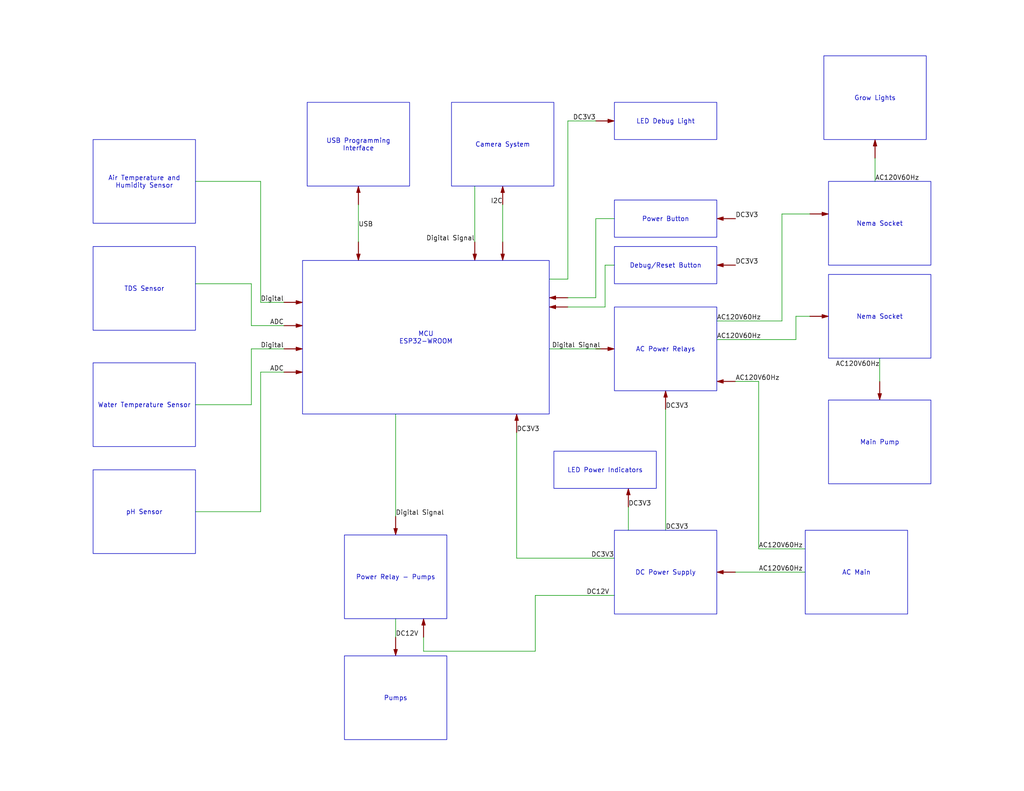
<source format=kicad_sch>
(kicad_sch (version 20230121) (generator eeschema)
  (paper "USLetter")
  (title_block (title "490 Project Hardware Block Diagram") (date "2023-11-24") (rev "7") (company "COEN/ELEC 490 Team 18"))
  (lib_symbols
    (symbol "Graphic:SYM_Arrow_Normal" (in_bom no) (on_board no)
      (symbol "SYM_Arrow_Normal_0_1"
        (polyline (pts (xy 1.524 0) (xy -2.54 0)) (stroke (width 0.254)))
        (polyline (pts (xy 2.54 0) (xy 0.762 -0.508) (xy 0.762 0.508) (xy 2.54 0)) (fill (type outline)))
      )
    )
  )
  (wire (pts (xy 162.56 33.02) (xy 154.94 33.02)))
  (wire (pts (xy 77.47 101.6) (xy 71.12 101.6)))
  (wire (pts (xy 213.36 58.42) (xy 213.36 87.63)))
  (wire (pts (xy 71.12 82.55) (xy 71.12 49.53)))
  (wire (pts (xy 107.95 113.03) (xy 107.95 140.97)))
  (wire (pts (xy 165.1 72.39) (xy 167.64 72.39)))
  (wire (pts (xy 140.97 118.11) (xy 140.97 152.4)))
  (wire (pts (xy 129.54 50.8) (xy 129.54 66.04)))
  (wire (pts (xy 68.58 110.49) (xy 68.58 95.25)))
  (wire (pts (xy 195.58 87.63) (xy 213.36 87.63)))
  (wire (pts (xy 154.94 81.28) (xy 162.56 81.28)))
  (wire (pts (xy 149.86 76.2) (xy 154.94 76.2)))
  (wire (pts (xy 240.03 97.79) (xy 240.03 104.14)))
  (wire (pts (xy 213.36 58.42) (xy 220.98 58.42)))
  (wire (pts (xy 162.56 59.69) (xy 167.64 59.69)))
  (wire (pts (xy 171.45 138.43) (xy 171.45 144.78)))
  (wire (pts (xy 137.16 66.04) (xy 137.16 55.88)))
  (wire (pts (xy 97.79 55.88) (xy 97.79 66.04)))
  (wire (pts (xy 68.58 88.9) (xy 77.47 88.9)))
  (wire (pts (xy 200.66 104.14) (xy 207.01 104.14)))
  (wire (pts (xy 200.66 156.21) (xy 219.71 156.21)))
  (wire (pts (xy 207.01 149.86) (xy 219.71 149.86)))
  (wire (pts (xy 181.61 111.76) (xy 181.61 144.78)))
  (wire (pts (xy 165.1 83.82) (xy 165.1 72.39)))
  (wire (pts (xy 53.34 77.47) (xy 68.58 77.47)))
  (wire (pts (xy 53.34 49.53) (xy 71.12 49.53)))
  (wire (pts (xy 53.34 139.7) (xy 71.12 139.7)))
  (wire (pts (xy 68.58 77.47) (xy 68.58 88.9)))
  (wire (pts (xy 162.56 81.28) (xy 162.56 59.69)))
  (wire (pts (xy 107.95 168.91) (xy 107.95 173.99)))
  (wire (pts (xy 146.05 162.56) (xy 146.05 177.8)))
  (wire (pts (xy 154.94 83.82) (xy 165.1 83.82)))
  (wire (pts (xy 71.12 101.6) (xy 71.12 139.7)))
  (wire (pts (xy 207.01 104.14) (xy 207.01 149.86)))
  (wire (pts (xy 217.17 86.36) (xy 217.17 92.71)))
  (wire (pts (xy 154.94 33.02) (xy 154.94 76.2)))
  (wire (pts (xy 68.58 95.25) (xy 77.47 95.25)))
  (wire (pts (xy 71.12 82.55) (xy 77.47 82.55)))
  (wire (pts (xy 146.05 177.8) (xy 115.57 177.8)))
  (wire (pts (xy 53.34 110.49) (xy 68.58 110.49)))
  (wire (pts (xy 140.97 152.4) (xy 167.64 152.4)))
  (wire (pts (xy 195.58 92.71) (xy 217.17 92.71)))
  (wire (pts (xy 149.86 95.25) (xy 163.83 95.25)))
  (wire (pts (xy 115.57 173.99) (xy 115.57 177.8)))
  (wire (pts (xy 238.76 43.18) (xy 238.76 49.53)))
  (wire (pts (xy 217.17 86.36) (xy 220.98 86.36)))
  (wire (pts (xy 167.64 162.56) (xy 146.05 162.56)))
  (text_box "Power Button" (at 167.64 54.61 0) (size 27.94 10.16) (effects (font (size 1.27 1.27))))
  (text_box "Power Relay - Pumps" (at 93.98 146.05 0) (size 27.94 22.86) (effects (font (size 1.27 1.27))))
  (text_box "USB Programming Interface" (at 83.82 27.94 0) (size 27.94 22.86) (effects (font (size 1.27 1.27))))
  (text_box "LED Power Indicators" (at 151.13 123.19 0) (size 27.94 10.16) (effects (font (size 1.27 1.27))))
  (text_box "Camera System" (at 123.19 27.94 0) (size 27.94 22.86) (effects (font (size 1.27 1.27))))
  (text_box "Air Temperature and Humidity Sensor" (at 25.4 38.1 0) (size 27.94 22.86) (effects (font (size 1.27 1.27))))
  (text_box "Water Temperature Sensor\n" (at 25.4 99.06 0) (size 27.94 22.86) (effects (font (size 1.27 1.27))))
  (text_box "pH Sensor" (at 25.4 128.27 0) (size 27.94 22.86) (effects (font (size 1.27 1.27))))
  (text_box "Debug/Reset Button" (at 167.64 67.31 0) (size 27.94 10.16) (effects (font (size 1.27 1.27))))
  (text_box "TDS Sensor" (at 25.4 67.31 0) (size 27.94 22.86) (effects (font (size 1.27 1.27))))
  (text_box "Pumps" (at 93.98 179.07 0) (size 27.94 22.86) (effects (font (size 1.27 1.27))))
  (text_box "LED Debug Light" (at 167.64 27.94 0) (size 27.94 10.16) (effects (font (size 1.27 1.27))))
  (text_box "Nema Socket" (at 226.06 74.93 0) (size 27.94 22.86) (effects (font (size 1.27 1.27))))
  (text_box "Main Pump" (at 226.06 109.22 0) (size 27.94 22.86) (effects (font (size 1.27 1.27))))
  (text_box "Nema Socket" (at 226.06 49.53 0) (size 27.94 22.86) (effects (font (size 1.27 1.27))))
  (text_box "MCU\nESP32-WROOM" (at 82.55 71.12 0) (size 67.31 41.91) (effects (font (size 1.27 1.27))))
  (text_box "Grow Lights" (at 224.79 15.24 0) (size 27.94 22.86) (effects (font (size 1.27 1.27))))
  (text_box "AC Power Relays" (at 167.64 83.82 0) (size 27.94 22.86) (effects (font (size 1.27 1.27))))
  (text_box "AC Main" (at 219.71 144.78 0) (size 27.94 22.86) (effects (font (size 1.27 1.27))))
  (text_box "DC Power Supply" (at 167.64 144.78 0) (size 27.94 22.86) (effects (font (size 1.27 1.27))))
  (label "AC120V60Hz" (at 200.66 104.14 0))
  (label " " (at 107.95 113.03 0))
  (label " " (at 137.16 66.04 0))
  (label " " (at 97.79 66.04 0))
  (label " " (at 238.76 43.18 0))
  (label " " (at 154.94 81.28 0))
  (label "DC3V3" (at 181.61 111.76 0))
  (label " " (at 171.45 144.78 0))
  (label "DC3V3" (at 162.56 33.02 180))
  (label " " (at 240.03 104.14 0))
  (label " " (at 53.34 49.53 180))
  (label " " (at 220.98 58.42 0))
  (label "DC3V3" (at 171.45 138.43 0))
  (label "DC3V3" (at 200.66 59.69 0))
  (label "Digital Signal" (at 129.54 66.04 180))
  (label "AC120V60Hz" (at 195.58 87.63 0))
  (label " " (at 219.71 156.21 0))
  (label "I2C" (at 137.16 55.88 180))
  (label "ADC" (at 77.47 101.6 180))
  (label "AC120V60Hz" (at 240.03 100.33 180))
  (label " " (at 53.34 139.7 180))
  (label " " (at 167.64 59.69 0))
  (label "Digital Signal" (at 107.95 140.97 0))
  (label "DC12V" (at 107.95 173.99 0))
  (label "Digital" (at 77.47 82.55 180))
  (label "DC3V3" (at 161.29 152.4 0))
  (label " " (at 200.66 156.21 0))
  (label " " (at 115.57 173.99 0))
  (label " " (at 154.94 83.82 0))
  (label "DC12V" (at 160.02 162.56 0))
  (label "DC3V3" (at 200.66 72.39 0))
  (label "DC3V3" (at 181.61 144.78 0))
  (label "Digital Signal" (at 163.83 95.25 180))
  (label " " (at 149.86 95.25 180))
  (label " " (at 167.64 72.39 0))
  (label " " (at 129.54 50.8 180))
  (label " " (at 219.71 149.86 0))
  (label "DC3V3" (at 140.97 118.11 0))
  (label "ADC" (at 77.47 88.9 180))
  (label " " (at 167.64 162.56 0))
  (label " " (at 167.64 152.4 0))
  (label "AC120V60Hz" (at 207.01 149.86 0))
  (label " " (at 53.34 110.49 180))
  (label " " (at 149.86 76.2 180))
  (label " " (at 53.34 77.47 180))
  (label "AC120V60Hz" (at 207.01 156.21 0))
  (label "AC120V60Hz" (at 195.58 92.71 0))
  (label "AC120V60Hz" (at 238.76 49.53 0))
  (label "USB" (at 97.79 62.23 0))
  (label " " (at 97.79 55.88 0))
  (label " " (at 220.98 86.36 0))
  (label "Digital" (at 77.47 95.25 180))
  (label " " (at 240.03 97.79 180))
  (label " " (at 107.95 168.91 0))
  (symbol (lib_id "Graphic:SYM_Arrow_Normal") (at 171.45 135.89 270) (mirror x) (unit 1) (in_bom no) (on_board no)
    (property "Reference" "#SYM21" (effects hide))
    (property "Value" "SYM_Arrow_Normal" (effects hide))
    (property "Sim.Enable" "0" (effects hide))
  )
  (symbol (lib_id "Graphic:SYM_Arrow_Normal") (at 238.76 40.64 270) (mirror x) (unit 1) (in_bom no) (on_board no)
    (property "Reference" "#SYM19" (effects hide))
    (property "Value" "SYM_Arrow_Normal" (effects hide))
    (property "Sim.Enable" "0" (effects hide))
  )
  (symbol (lib_id "Graphic:SYM_Arrow_Normal") (at 140.97 115.57 270) (mirror x) (unit 1) (in_bom no) (on_board no)
    (property "Reference" "#SYM14" (effects hide))
    (property "Value" "SYM_Arrow_Normal" (effects hide))
    (property "Sim.Enable" "0" (effects hide))
  )
  (symbol (lib_id "Graphic:SYM_Arrow_Normal") (at 107.95 176.53 270) (unit 1) (in_bom no) (on_board no)
    (property "Reference" "#SYM12" (effects hide))
    (property "Value" "SYM_Arrow_Normal" (effects hide))
    (property "Sim.Enable" "0" (effects hide))
  )
  (symbol (lib_id "Graphic:SYM_Arrow_Normal") (at 107.95 143.51 270) (unit 1) (in_bom no) (on_board no)
    (property "Reference" "#SYM10" (effects hide))
    (property "Value" "SYM_Arrow_Normal" (effects hide))
    (property "Sim.Enable" "0" (effects hide))
  )
  (symbol (lib_id "Graphic:SYM_Arrow_Normal") (at 152.4 83.82 0) (mirror y) (unit 1) (in_bom no) (on_board no)
    (property "Reference" "#SYM23" (effects hide))
    (property "Value" "SYM_Arrow_Normal" (effects hide))
    (property "Sim.Enable" "0" (effects hide))
  )
  (symbol (lib_id "Graphic:SYM_Arrow_Normal") (at 198.12 156.21 180) (unit 1) (in_bom no) (on_board no)
    (property "Reference" "#SYM18" (effects hide))
    (property "Value" "SYM_Arrow_Normal" (effects hide))
    (property "Sim.Enable" "0" (effects hide))
  )
  (symbol (lib_id "Graphic:SYM_Arrow_Normal") (at 137.16 53.34 90) (unit 1) (in_bom no) (on_board no)
    (property "Reference" "#SYM13" (effects hide))
    (property "Value" "SYM_Arrow_Normal" (effects hide))
    (property "Sim.Enable" "0" (effects hide))
  )
  (symbol (lib_id "Graphic:SYM_Arrow_Normal") (at 137.16 68.58 270) (unit 1) (in_bom no) (on_board no)
    (property "Reference" "#SYM26" (effects hide))
    (property "Value" "SYM_Arrow_Normal" (effects hide))
    (property "Sim.Enable" "0" (effects hide))
  )
  (symbol (lib_id "Graphic:SYM_Arrow_Normal") (at 198.12 59.69 0) (mirror y) (unit 1) (in_bom no) (on_board no)
    (property "Reference" "#SYM24" (effects hide))
    (property "Value" "SYM_Arrow_Normal" (effects hide))
    (property "Sim.Enable" "0" (effects hide))
  )
  (symbol (lib_id "Graphic:SYM_Arrow_Normal") (at 129.54 68.58 270) (unit 1) (in_bom no) (on_board no)
    (property "Reference" "#SYM27" (effects hide))
    (property "Value" "SYM_Arrow_Normal" (effects hide))
    (property "Sim.Enable" "0" (effects hide))
  )
  (symbol (lib_id "Graphic:SYM_Arrow_Normal") (at 97.79 53.34 90) (unit 1) (in_bom no) (on_board no)
    (property "Reference" "#SYM7" (effects hide))
    (property "Value" "SYM_Arrow_Normal" (effects hide))
    (property "Sim.Enable" "0" (effects hide))
  )
  (symbol (lib_id "Graphic:SYM_Arrow_Normal") (at 181.61 109.22 270) (mirror x) (unit 1) (in_bom no) (on_board no)
    (property "Reference" "#SYM15" (effects hide))
    (property "Value" "SYM_Arrow_Normal" (effects hide))
    (property "Sim.Enable" "0" (effects hide))
  )
  (symbol (lib_id "Graphic:SYM_Arrow_Normal") (at 165.1 33.02 0) (unit 1) (in_bom no) (on_board no)
    (property "Reference" "#SYM20" (effects hide))
    (property "Value" "SYM_Arrow_Normal" (effects hide))
    (property "Sim.Enable" "0" (effects hide))
  )
  (symbol (lib_id "Graphic:SYM_Arrow_Normal") (at 80.01 95.25 0) (unit 1) (in_bom no) (on_board no)
    (property "Reference" "#SYM2" (effects hide))
    (property "Value" "SYM_Arrow_Normal" (effects hide))
    (property "Sim.Enable" "0" (effects hide))
  )
  (symbol (lib_id "Graphic:SYM_Arrow_Normal") (at 240.03 106.68 90) (mirror x) (unit 1) (in_bom no) (on_board no)
    (property "Reference" "#SYM6" (effects hide))
    (property "Value" "SYM_Arrow_Normal" (effects hide))
    (property "Sim.Enable" "0" (effects hide))
  )
  (symbol (lib_id "Graphic:SYM_Arrow_Normal") (at 198.12 72.39 0) (mirror y) (unit 1) (in_bom no) (on_board no)
    (property "Reference" "#SYM25" (effects hide))
    (property "Value" "SYM_Arrow_Normal" (effects hide))
    (property "Sim.Enable" "0" (effects hide))
  )
  (symbol (lib_id "Graphic:SYM_Arrow_Normal") (at 80.01 101.6 0) (unit 1) (in_bom no) (on_board no)
    (property "Reference" "#SYM1" (effects hide))
    (property "Value" "SYM_Arrow_Normal" (effects hide))
    (property "Sim.Enable" "0" (effects hide))
  )
  (symbol (lib_id "Graphic:SYM_Arrow_Normal") (at 115.57 171.45 90) (unit 1) (in_bom no) (on_board no)
    (property "Reference" "#SYM16" (effects hide))
    (property "Value" "SYM_Arrow_Normal" (effects hide))
    (property "Sim.Enable" "0" (effects hide))
  )
  (symbol (lib_id "Graphic:SYM_Arrow_Normal") (at 97.79 68.58 270) (unit 1) (in_bom no) (on_board no)
    (property "Reference" "#SYM8" (effects hide))
    (property "Value" "SYM_Arrow_Normal" (effects hide))
    (property "Sim.Enable" "0" (effects hide))
  )
  (symbol (lib_id "Graphic:SYM_Arrow_Normal") (at 223.52 58.42 0) (unit 1) (in_bom no) (on_board no)
    (property "Reference" "#SYM11" (effects hide))
    (property "Value" "SYM_Arrow_Normal" (effects hide))
    (property "Sim.Enable" "0" (effects hide))
  )
  (symbol (lib_id "Graphic:SYM_Arrow_Normal") (at 198.12 104.14 180) (unit 1) (in_bom no) (on_board no)
    (property "Reference" "#SYM17" (effects hide))
    (property "Value" "SYM_Arrow_Normal" (effects hide))
    (property "Sim.Enable" "0" (effects hide))
  )
  (symbol (lib_id "Graphic:SYM_Arrow_Normal") (at 80.01 88.9 0) (unit 1) (in_bom no) (on_board no)
    (property "Reference" "#SYM3" (effects hide))
    (property "Value" "SYM_Arrow_Normal" (effects hide))
    (property "Sim.Enable" "0" (effects hide))
  )
  (symbol (lib_id "Graphic:SYM_Arrow_Normal") (at 223.52 86.36 0) (unit 1) (in_bom no) (on_board no)
    (property "Reference" "#SYM4" (effects hide))
    (property "Value" "SYM_Arrow_Normal" (effects hide))
    (property "Sim.Enable" "0" (effects hide))
  )
  (symbol (lib_id "Graphic:SYM_Arrow_Normal") (at 165.1 95.25 0) (unit 1) (in_bom no) (on_board no)
    (property "Reference" "#SYM9" (effects hide))
    (property "Value" "SYM_Arrow_Normal" (effects hide))
    (property "Sim.Enable" "0" (effects hide))
  )
  (symbol (lib_id "Graphic:SYM_Arrow_Normal") (at 152.4 81.28 0) (mirror y) (unit 1) (in_bom no) (on_board no)
    (property "Reference" "#SYM22" (effects hide))
    (property "Value" "SYM_Arrow_Normal" (effects hide))
    (property "Sim.Enable" "0" (effects hide))
  )
  (symbol (lib_id "Graphic:SYM_Arrow_Normal") (at 80.01 82.55 0) (unit 1) (in_bom no) (on_board no)
    (property "Reference" "#SYM5" (effects hide))
    (property "Value" "SYM_Arrow_Normal" (effects hide))
    (property "Sim.Enable" "0" (effects hide))
  )
)
</source>
